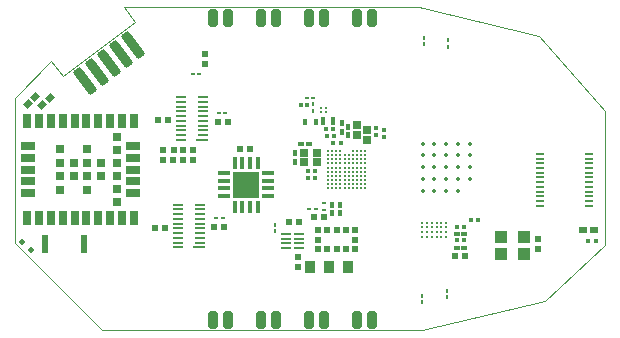
<source format=gtp>
G04*
G04 #@! TF.GenerationSoftware,Altium Limited,Altium Designer,23.3.1 (30)*
G04*
G04 Layer_Color=8421504*
%FSLAX25Y25*%
%MOIN*%
G70*
G04*
G04 #@! TF.SameCoordinates,B70FCE46-08B3-410F-AF2C-83C1FDED7243*
G04*
G04*
G04 #@! TF.FilePolarity,Positive*
G04*
G01*
G75*
%ADD18C,0.00000*%
%ADD19R,0.04134X0.00787*%
%ADD20R,0.03740X0.00787*%
%ADD21R,0.03740X0.00787*%
%ADD22R,0.01772X0.02657*%
%ADD23R,0.02165X0.02165*%
%ADD24R,0.01788X0.01428*%
%ADD25C,0.00906*%
%ADD26R,0.01822X0.02182*%
%ADD27R,0.01181X0.00984*%
%ADD28R,0.01378X0.00984*%
%ADD29C,0.00689*%
G04:AMPARAMS|DCode=30|XSize=31.5mil|YSize=98.43mil|CornerRadius=7.87mil|HoleSize=0mil|Usage=FLASHONLY|Rotation=217.000|XOffset=0mil|YOffset=0mil|HoleType=Round|Shape=RoundedRectangle|*
%AMROUNDEDRECTD30*
21,1,0.03150,0.08268,0,0,217.0*
21,1,0.01575,0.09843,0,0,217.0*
1,1,0.01575,-0.03117,0.02828*
1,1,0.01575,-0.01859,0.03775*
1,1,0.01575,0.03117,-0.02828*
1,1,0.01575,0.01859,-0.03775*
%
%ADD30ROUNDEDRECTD30*%
%ADD31R,0.01575X0.02362*%
%ADD32C,0.00770*%
%ADD33R,0.01483X0.01194*%
%ADD34R,0.00984X0.01378*%
%ADD35R,0.02165X0.02165*%
%ADD36R,0.04331X0.03937*%
%ADD37C,0.01378*%
%ADD38R,0.02756X0.01968*%
%ADD39R,0.01378X0.01575*%
%ADD40R,0.02953X0.02559*%
%ADD41R,0.01968X0.01968*%
%ADD42R,0.03543X0.00787*%
G04:AMPARAMS|DCode=43|XSize=31.5mil|YSize=59.06mil|CornerRadius=7.87mil|HoleSize=0mil|Usage=FLASHONLY|Rotation=180.000|XOffset=0mil|YOffset=0mil|HoleType=Round|Shape=RoundedRectangle|*
%AMROUNDEDRECTD43*
21,1,0.03150,0.04331,0,0,180.0*
21,1,0.01575,0.05906,0,0,180.0*
1,1,0.01575,-0.00787,0.02165*
1,1,0.01575,0.00787,0.02165*
1,1,0.01575,0.00787,-0.02165*
1,1,0.01575,-0.00787,-0.02165*
%
%ADD43ROUNDEDRECTD43*%
G04:AMPARAMS|DCode=44|XSize=18.11mil|YSize=15.75mil|CornerRadius=0mil|HoleSize=0mil|Usage=FLASHONLY|Rotation=45.000|XOffset=0mil|YOffset=0mil|HoleType=Round|Shape=Rectangle|*
%AMROTATEDRECTD44*
4,1,4,-0.00084,-0.01197,-0.01197,-0.00084,0.00084,0.01197,0.01197,0.00084,-0.00084,-0.01197,0.0*
%
%ADD44ROTATEDRECTD44*%

%ADD45R,0.02165X0.05906*%
%ADD46R,0.03543X0.03937*%
%ADD47R,0.02254X0.02423*%
%ADD48R,0.02423X0.02254*%
%ADD49R,0.02756X0.04528*%
%ADD50R,0.04528X0.02756*%
%ADD51R,0.02756X0.02756*%
%ADD52R,0.04134X0.01378*%
%ADD53R,0.01378X0.04134*%
%ADD54R,0.08898X0.08898*%
G04:AMPARAMS|DCode=55|XSize=24.23mil|YSize=22.54mil|CornerRadius=0mil|HoleSize=0mil|Usage=FLASHONLY|Rotation=45.000|XOffset=0mil|YOffset=0mil|HoleType=Round|Shape=Rectangle|*
%AMROTATEDRECTD55*
4,1,4,-0.00060,-0.01653,-0.01653,-0.00060,0.00060,0.01653,0.01653,0.00060,-0.00060,-0.01653,0.0*
%
%ADD55ROTATEDRECTD55*%

%ADD56R,0.01877X0.01588*%
%ADD57R,0.02598X0.02775*%
%ADD58R,0.01428X0.01788*%
%ADD59R,0.01499X0.02106*%
%ADD60R,0.02106X0.01499*%
%ADD61R,0.02756X0.00906*%
D18*
X48031Y53740D02*
X88061Y44094D01*
X-50299Y53740D02*
X48031Y53740D01*
X-50299Y53740D02*
X-46694Y48956D01*
X-70653Y30902D02*
X-46694Y48956D01*
X-74384Y35852D02*
X-70653Y30902D01*
X-86614Y23622D02*
X-74384Y35852D01*
X-86614Y-24606D02*
Y23622D01*
Y-24606D02*
X-57480Y-53740D01*
X49061D01*
X90256Y-44094D01*
X110236Y-25591D01*
X110236Y19184D02*
X110236Y-25591D01*
X88061Y44094D02*
X110236Y19184D01*
D19*
X-25197Y-26181D02*
D03*
X-24213Y9646D02*
D03*
D20*
X-25000Y-24606D02*
D03*
Y-23031D02*
D03*
Y-19882D02*
D03*
Y-18307D02*
D03*
Y-15157D02*
D03*
Y-13583D02*
D03*
Y-12008D02*
D03*
X-32087Y-26181D02*
D03*
Y-24606D02*
D03*
Y-23031D02*
D03*
Y-19882D02*
D03*
Y-18307D02*
D03*
Y-15157D02*
D03*
Y-13583D02*
D03*
Y-12008D02*
D03*
X-31102Y23819D02*
D03*
Y22244D02*
D03*
Y20669D02*
D03*
X-31102Y17520D02*
D03*
Y15945D02*
D03*
X-31102Y12795D02*
D03*
Y11220D02*
D03*
Y9646D02*
D03*
X-24016Y23819D02*
D03*
Y22244D02*
D03*
Y20669D02*
D03*
X-24016Y17520D02*
D03*
Y15945D02*
D03*
X-24016Y12795D02*
D03*
Y11220D02*
D03*
D21*
X-25000Y-21457D02*
D03*
Y-16732D02*
D03*
X-32087Y-21457D02*
D03*
Y-16732D02*
D03*
X-31102Y19094D02*
D03*
X-31102Y14370D02*
D03*
X-24016Y19094D02*
D03*
X-24016Y14370D02*
D03*
D22*
X19625Y15800D02*
D03*
X15983D02*
D03*
D23*
X60063Y-29135D02*
D03*
X63606D02*
D03*
X-33661Y6398D02*
D03*
X-37205D02*
D03*
D24*
X65456Y-17163D02*
D03*
X67853D02*
D03*
X21987Y8623D02*
D03*
X19591D02*
D03*
X19422Y13156D02*
D03*
X17026D02*
D03*
X19867Y10946D02*
D03*
X17471D02*
D03*
X13403Y-3051D02*
D03*
X11007D02*
D03*
X13501Y-787D02*
D03*
X11105D02*
D03*
X63147Y-23848D02*
D03*
X60751D02*
D03*
X63147Y-19371D02*
D03*
X60751D02*
D03*
D25*
X49250Y-17970D02*
D03*
Y-19545D02*
D03*
Y-21120D02*
D03*
Y-22695D02*
D03*
X50825Y-17970D02*
D03*
Y-19545D02*
D03*
Y-21120D02*
D03*
Y-22695D02*
D03*
X52399Y-17970D02*
D03*
Y-19545D02*
D03*
Y-21120D02*
D03*
Y-22695D02*
D03*
X53974Y-17970D02*
D03*
Y-19545D02*
D03*
Y-21120D02*
D03*
Y-22695D02*
D03*
X55549Y-17970D02*
D03*
Y-19545D02*
D03*
Y-21120D02*
D03*
Y-22695D02*
D03*
X57124Y-17970D02*
D03*
Y-19545D02*
D03*
Y-21120D02*
D03*
Y-22695D02*
D03*
D26*
X19291Y-11991D02*
D03*
Y-14781D02*
D03*
X21850D02*
D03*
Y-11991D02*
D03*
X24606Y13993D02*
D03*
Y11203D02*
D03*
X22356Y12324D02*
D03*
Y15114D02*
D03*
D27*
X16603Y-13812D02*
D03*
Y-11450D02*
D03*
D28*
X11575Y-13364D02*
D03*
X13741D02*
D03*
X12919Y23643D02*
D03*
X10753D02*
D03*
X-25197Y31693D02*
D03*
X-27362D02*
D03*
X-19390Y-16535D02*
D03*
X-17224D02*
D03*
X-18701Y18406D02*
D03*
X-16535D02*
D03*
D29*
X23327Y1772D02*
D03*
X19193Y-3740D02*
D03*
Y-2362D02*
D03*
X20571D02*
D03*
Y-3740D02*
D03*
X21949Y-2362D02*
D03*
Y-3740D02*
D03*
X23327D02*
D03*
Y-2362D02*
D03*
X24705D02*
D03*
Y-3740D02*
D03*
X26083D02*
D03*
Y-2362D02*
D03*
X27461D02*
D03*
Y-3740D02*
D03*
X28839D02*
D03*
Y-2362D02*
D03*
Y-984D02*
D03*
X27461D02*
D03*
X26083D02*
D03*
X24705D02*
D03*
X23327D02*
D03*
X21949D02*
D03*
X20571D02*
D03*
X19193D02*
D03*
Y394D02*
D03*
X20571D02*
D03*
X21949D02*
D03*
X23327D02*
D03*
X24705D02*
D03*
X26083D02*
D03*
X27461D02*
D03*
X28839D02*
D03*
Y1772D02*
D03*
X26083D02*
D03*
X24705D02*
D03*
X27461D02*
D03*
X21949D02*
D03*
X20571D02*
D03*
X19193D02*
D03*
Y3150D02*
D03*
X20571D02*
D03*
X21949D02*
D03*
X23327D02*
D03*
X24705D02*
D03*
X26083D02*
D03*
X27461D02*
D03*
X28839D02*
D03*
Y4528D02*
D03*
X27461D02*
D03*
X26083D02*
D03*
X24705D02*
D03*
X23327D02*
D03*
X21949D02*
D03*
X20571D02*
D03*
X19193D02*
D03*
X30217Y1772D02*
D03*
Y3150D02*
D03*
Y4528D02*
D03*
Y5906D02*
D03*
X28839D02*
D03*
X27461D02*
D03*
X26083D02*
D03*
X23327Y-6496D02*
D03*
X21949Y5906D02*
D03*
X20571D02*
D03*
X19193D02*
D03*
X30217Y394D02*
D03*
Y-984D02*
D03*
Y-2362D02*
D03*
Y-3740D02*
D03*
Y-5118D02*
D03*
X28839D02*
D03*
X27461D02*
D03*
X26083D02*
D03*
X24705D02*
D03*
X23327D02*
D03*
X21949D02*
D03*
X20571D02*
D03*
X19193D02*
D03*
X17815Y5906D02*
D03*
Y4528D02*
D03*
Y3150D02*
D03*
Y1772D02*
D03*
Y394D02*
D03*
Y-984D02*
D03*
Y-2362D02*
D03*
Y-3740D02*
D03*
Y-5118D02*
D03*
X30217Y-6496D02*
D03*
X28839D02*
D03*
X27461D02*
D03*
X26083D02*
D03*
X24705Y-6496D02*
D03*
X21949Y-6496D02*
D03*
X20571D02*
D03*
X19193D02*
D03*
X17815D02*
D03*
D30*
X-51198Y38316D02*
D03*
X-63177Y29289D02*
D03*
X-59184Y32298D02*
D03*
X-55191Y35307D02*
D03*
X-47205Y41325D02*
D03*
D31*
X13784Y15593D02*
D03*
X10240D02*
D03*
D32*
X15447Y20393D02*
D03*
X17022D02*
D03*
X15447Y18818D02*
D03*
X17022D02*
D03*
D33*
X10834Y21358D02*
D03*
X8760D02*
D03*
D34*
X12894Y21555D02*
D03*
Y19390D02*
D03*
X57480Y-40748D02*
D03*
Y-42913D02*
D03*
X49114Y-42421D02*
D03*
Y-44587D02*
D03*
X57776Y40650D02*
D03*
Y42815D02*
D03*
X49902Y41437D02*
D03*
Y43602D02*
D03*
X42Y-18602D02*
D03*
Y-20768D02*
D03*
D35*
X87894Y-23327D02*
D03*
Y-26870D02*
D03*
X-30610Y6398D02*
D03*
Y2854D02*
D03*
X-27362Y6398D02*
D03*
Y2854D02*
D03*
D36*
X83071Y-22638D02*
D03*
Y-28543D02*
D03*
X75591Y-22638D02*
D03*
Y-28543D02*
D03*
D37*
X49311Y8366D02*
D03*
X53248D02*
D03*
X57185D02*
D03*
X61122D02*
D03*
X65059D02*
D03*
X49311Y4429D02*
D03*
X53248D02*
D03*
X57185D02*
D03*
X61122D02*
D03*
X65059D02*
D03*
X49311Y492D02*
D03*
X53248D02*
D03*
X57185D02*
D03*
X61122D02*
D03*
X65059D02*
D03*
X49311Y-3445D02*
D03*
X53248D02*
D03*
X57185D02*
D03*
X61122D02*
D03*
X65059D02*
D03*
X49311Y-7382D02*
D03*
X53248D02*
D03*
X57185D02*
D03*
X61122D02*
D03*
D38*
X106398Y-20472D02*
D03*
X102854D02*
D03*
D39*
X107167Y-23935D02*
D03*
X104608D02*
D03*
D40*
X14075Y5315D02*
D03*
X9941D02*
D03*
Y2362D02*
D03*
X14075D02*
D03*
D41*
X14357Y-20542D02*
D03*
X17507D02*
D03*
X20657D02*
D03*
X23806D02*
D03*
X26956D02*
D03*
Y-23691D02*
D03*
X14357D02*
D03*
Y-26841D02*
D03*
X17507D02*
D03*
X20657D02*
D03*
X23806D02*
D03*
X26956D02*
D03*
D42*
X3839Y-26476D02*
D03*
Y-24902D02*
D03*
Y-23327D02*
D03*
Y-21752D02*
D03*
X8169D02*
D03*
Y-23327D02*
D03*
Y-24902D02*
D03*
Y-26476D02*
D03*
D43*
X32394Y50394D02*
D03*
X27394D02*
D03*
X394D02*
D03*
X-4606Y50394D02*
D03*
X16394Y50394D02*
D03*
X11394D02*
D03*
X-20606Y50394D02*
D03*
X-15606Y50394D02*
D03*
Y-50295D02*
D03*
X-20606Y-50295D02*
D03*
X11394Y-50295D02*
D03*
X16394D02*
D03*
X-4606Y-50295D02*
D03*
X394Y-50295D02*
D03*
X27394D02*
D03*
X32394D02*
D03*
D44*
X-84045Y-24433D02*
D03*
X-81261Y-27216D02*
D03*
D45*
X-63628Y-25039D02*
D03*
X-76424D02*
D03*
D46*
X24311Y-32874D02*
D03*
X18012D02*
D03*
X11713D02*
D03*
D47*
X7776Y-32888D02*
D03*
Y-29513D02*
D03*
X-23327Y38400D02*
D03*
Y35025D02*
D03*
D48*
X-11431Y6693D02*
D03*
X-8057D02*
D03*
X-20191Y-19291D02*
D03*
X-16817D02*
D03*
X8085Y-17815D02*
D03*
X4710D02*
D03*
X13182Y-16153D02*
D03*
X16557D02*
D03*
X-37120Y2756D02*
D03*
X-33746D02*
D03*
X-39975Y-19882D02*
D03*
X-36600D02*
D03*
X-38990Y16142D02*
D03*
X-35616D02*
D03*
X-18912Y15551D02*
D03*
X-15537D02*
D03*
D49*
X-46962Y15977D02*
D03*
X-50899D02*
D03*
X-54836D02*
D03*
X-58773D02*
D03*
X-62710D02*
D03*
X-66647D02*
D03*
X-70584D02*
D03*
X-74521D02*
D03*
X-78458D02*
D03*
X-82395D02*
D03*
Y-16503D02*
D03*
X-78458D02*
D03*
X-74521D02*
D03*
X-70584D02*
D03*
X-66647D02*
D03*
X-62710D02*
D03*
X-58773D02*
D03*
X-54836D02*
D03*
X-50899D02*
D03*
X-46962D02*
D03*
D50*
X-82100Y7611D02*
D03*
Y3674D02*
D03*
Y-263D02*
D03*
Y-4200D02*
D03*
Y-8137D02*
D03*
X-47258D02*
D03*
Y-4200D02*
D03*
Y-263D02*
D03*
Y3674D02*
D03*
Y7611D02*
D03*
D51*
X-52671Y10564D02*
D03*
Y6233D02*
D03*
Y1902D02*
D03*
Y-2428D02*
D03*
Y-6759D02*
D03*
Y-11090D02*
D03*
X-57907Y2001D02*
D03*
Y-2527D02*
D03*
X-62435Y6528D02*
D03*
Y2001D02*
D03*
Y-2527D02*
D03*
Y-7054D02*
D03*
X-66962Y2001D02*
D03*
Y-2527D02*
D03*
X-71490Y6528D02*
D03*
Y2001D02*
D03*
Y-2527D02*
D03*
Y-7054D02*
D03*
D52*
X-16732Y-1476D02*
D03*
Y-4035D02*
D03*
Y-6594D02*
D03*
Y-9154D02*
D03*
X-2165D02*
D03*
Y-6594D02*
D03*
Y-4035D02*
D03*
Y-1476D02*
D03*
D53*
X-13287Y-12598D02*
D03*
X-10728D02*
D03*
X-8169D02*
D03*
X-5610D02*
D03*
Y1969D02*
D03*
X-8169D02*
D03*
X-10728D02*
D03*
X-13287D02*
D03*
D54*
X-9449Y-5315D02*
D03*
D55*
X-77374Y21346D02*
D03*
X-74988Y23732D02*
D03*
X-82099Y21445D02*
D03*
X-79712Y23831D02*
D03*
D56*
X63285Y-26341D02*
D03*
X60818D02*
D03*
X63241Y-21624D02*
D03*
X60773D02*
D03*
D57*
X27526Y11221D02*
D03*
Y14587D02*
D03*
X30895Y9579D02*
D03*
Y12945D02*
D03*
D58*
X33957Y11203D02*
D03*
Y13600D02*
D03*
X36319Y13009D02*
D03*
Y10613D02*
D03*
D59*
X6890Y2353D02*
D03*
Y5128D02*
D03*
D60*
X11624Y8268D02*
D03*
X8849D02*
D03*
D61*
X88311Y4961D02*
D03*
Y3387D02*
D03*
Y1812D02*
D03*
Y237D02*
D03*
Y-1338D02*
D03*
Y-2913D02*
D03*
Y-4487D02*
D03*
Y-6062D02*
D03*
Y-7637D02*
D03*
Y-9212D02*
D03*
Y-10787D02*
D03*
X104689Y4961D02*
D03*
Y3387D02*
D03*
Y1812D02*
D03*
Y237D02*
D03*
Y-1338D02*
D03*
Y-2913D02*
D03*
Y-4487D02*
D03*
Y-6062D02*
D03*
Y-7637D02*
D03*
Y-9212D02*
D03*
Y-10787D02*
D03*
X88311Y-12361D02*
D03*
X104689D02*
D03*
M02*

</source>
